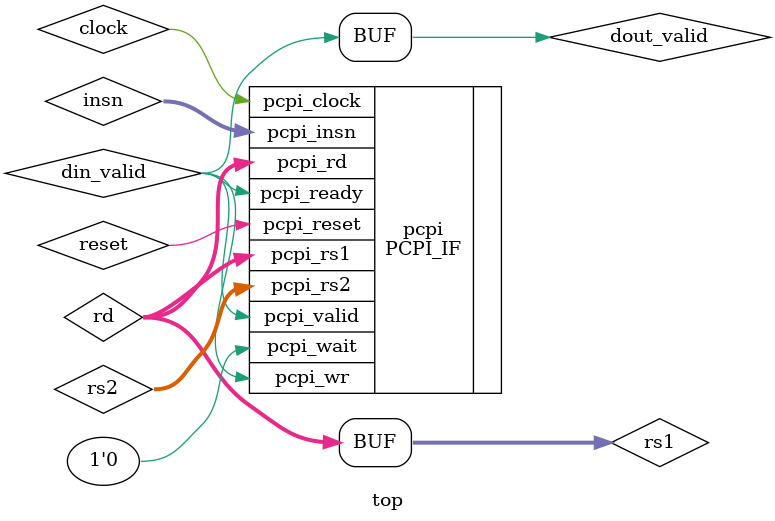
<source format=v>
module top;
	wire clock, reset;
	wire [31:0] insn, rs1, rs2, rd;
	wire din_valid, dout_valid;
	(* keep *) PCPI_IF pcpi(
		.pcpi_clock(clock),
		.pcpi_reset(reset),
		.pcpi_valid(din_valid),
		.pcpi_insn(insn),
		.pcpi_rs1(rs1),
		.pcpi_rs2(rs2),
		.pcpi_wr(dout_valid),
		.pcpi_rd(rd),
		.pcpi_wait(1'b0),
		.pcpi_ready(dout_valid),
	);

	assign dout_valid = din_valid;
	assign rd = rs1;

endmodule

</source>
